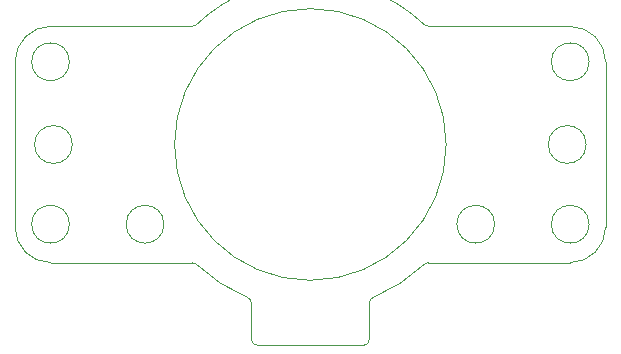
<source format=gm1>
G04 #@! TF.GenerationSoftware,KiCad,Pcbnew,5.1.9+dfsg1-1*
G04 #@! TF.CreationDate,2023-03-08T13:33:59+09:00*
G04 #@! TF.ProjectId,btm,62746d2e-6b69-4636-9164-5f7063625858,rev?*
G04 #@! TF.SameCoordinates,Original*
G04 #@! TF.FileFunction,Profile,NP*
%FSLAX46Y46*%
G04 Gerber Fmt 4.6, Leading zero omitted, Abs format (unit mm)*
G04 Created by KiCad (PCBNEW 5.1.9+dfsg1-1) date 2023-03-08 13:33:59*
%MOMM*%
%LPD*%
G01*
G04 APERTURE LIST*
G04 #@! TA.AperFunction,Profile*
%ADD10C,0.050000*%
G04 #@! TD*
G04 APERTURE END LIST*
D10*
X148600000Y-93000000D02*
G75*
G03*
X148600000Y-93000000I-1600000J0D01*
G01*
X148350000Y-100000000D02*
G75*
G03*
X148350000Y-100000000I-1600000J0D01*
G01*
X148600000Y-106750000D02*
G75*
G03*
X148600000Y-106750000I-1600000J0D01*
G01*
X140600000Y-106750000D02*
G75*
G03*
X140600000Y-106750000I-1600000J0D01*
G01*
X112600000Y-106750000D02*
G75*
G03*
X112600000Y-106750000I-1600000J0D01*
G01*
X104600000Y-106750000D02*
G75*
G03*
X104600000Y-106750000I-1600000J0D01*
G01*
X104850000Y-100000000D02*
G75*
G03*
X104850000Y-100000000I-1600000J0D01*
G01*
X104600000Y-93000000D02*
G75*
G03*
X104600000Y-93000000I-1600000J0D01*
G01*
X136500000Y-100000000D02*
G75*
G03*
X136500000Y-100000000I-11500000J0D01*
G01*
X103000000Y-110000000D02*
G75*
G02*
X100000000Y-107000000I0J3000000D01*
G01*
X120500000Y-117000000D02*
X129500000Y-117000000D01*
X134655172Y-110137932D02*
G75*
G02*
X130310344Y-112953773I-9655172J10137932D01*
G01*
X130000000Y-116500000D02*
G75*
G02*
X129500000Y-117000000I-500000J0D01*
G01*
X115344827Y-89862069D02*
G75*
G02*
X134655172Y-89862069I9655173J-10137931D01*
G01*
X150000000Y-107000000D02*
X150000000Y-93000000D01*
X134655172Y-110137931D02*
G75*
G02*
X135000000Y-110000000I344828J-362069D01*
G01*
X115000000Y-90000000D02*
X103000000Y-90000000D01*
X135000000Y-90000000D02*
G75*
G02*
X134655172Y-89862069I0J500000D01*
G01*
X147000000Y-90000000D02*
X135000000Y-90000000D01*
X120500000Y-117000000D02*
G75*
G02*
X120000000Y-116500000I0J500000D01*
G01*
X147000000Y-90000000D02*
G75*
G02*
X150000000Y-93000000I0J-3000000D01*
G01*
X119689655Y-112953773D02*
G75*
G02*
X115344828Y-110137931I5310345J12953773D01*
G01*
X103000000Y-110000000D02*
X115000000Y-110000000D01*
X130000000Y-116500000D02*
X130000000Y-113416408D01*
X129999999Y-113416409D02*
G75*
G02*
X130310344Y-112953773I500001J1D01*
G01*
X119689655Y-112953773D02*
G75*
G02*
X120000000Y-113416408I-189655J-462635D01*
G01*
X115344828Y-89862069D02*
G75*
G02*
X115000000Y-90000000I-344828J362069D01*
G01*
X135000000Y-110000000D02*
X147000000Y-110000000D01*
X115000000Y-110000000D02*
G75*
G02*
X115344828Y-110137931I0J-500000D01*
G01*
X100000000Y-93000000D02*
X100000000Y-107000000D01*
X120000000Y-113416408D02*
X120000000Y-116500000D01*
X100000000Y-93000000D02*
G75*
G02*
X103000000Y-90000000I3000000J0D01*
G01*
X150000000Y-107000000D02*
G75*
G02*
X147000000Y-110000000I-3000000J0D01*
G01*
M02*

</source>
